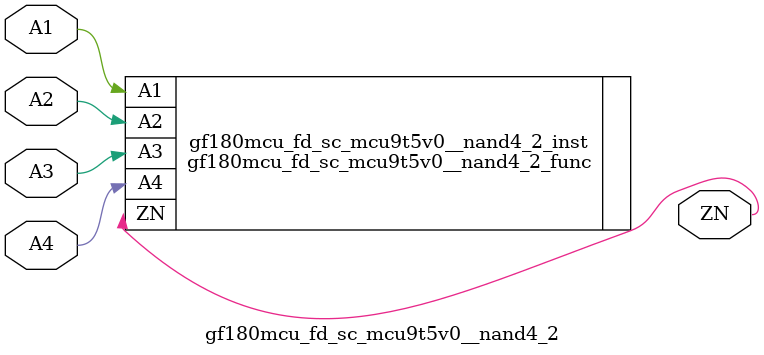
<source format=v>

module gf180mcu_fd_sc_mcu9t5v0__nand4_2( ZN, A4, A3, A2, A1 );
input A1, A2, A3, A4;
output ZN;

   `ifdef FUNCTIONAL  //  functional //

	gf180mcu_fd_sc_mcu9t5v0__nand4_2_func gf180mcu_fd_sc_mcu9t5v0__nand4_2_behav_inst(.ZN(ZN),.A4(A4),.A3(A3),.A2(A2),.A1(A1));

   `else

	gf180mcu_fd_sc_mcu9t5v0__nand4_2_func gf180mcu_fd_sc_mcu9t5v0__nand4_2_inst(.ZN(ZN),.A4(A4),.A3(A3),.A2(A2),.A1(A1));

	// spec_gates_begin


	// spec_gates_end



   specify

	// specify_block_begin

	// comb arc A1 --> ZN
	 (A1 => ZN) = (1.0,1.0);

	// comb arc A2 --> ZN
	 (A2 => ZN) = (1.0,1.0);

	// comb arc A3 --> ZN
	 (A3 => ZN) = (1.0,1.0);

	// comb arc A4 --> ZN
	 (A4 => ZN) = (1.0,1.0);

	// specify_block_end

   endspecify

   `endif

endmodule

</source>
